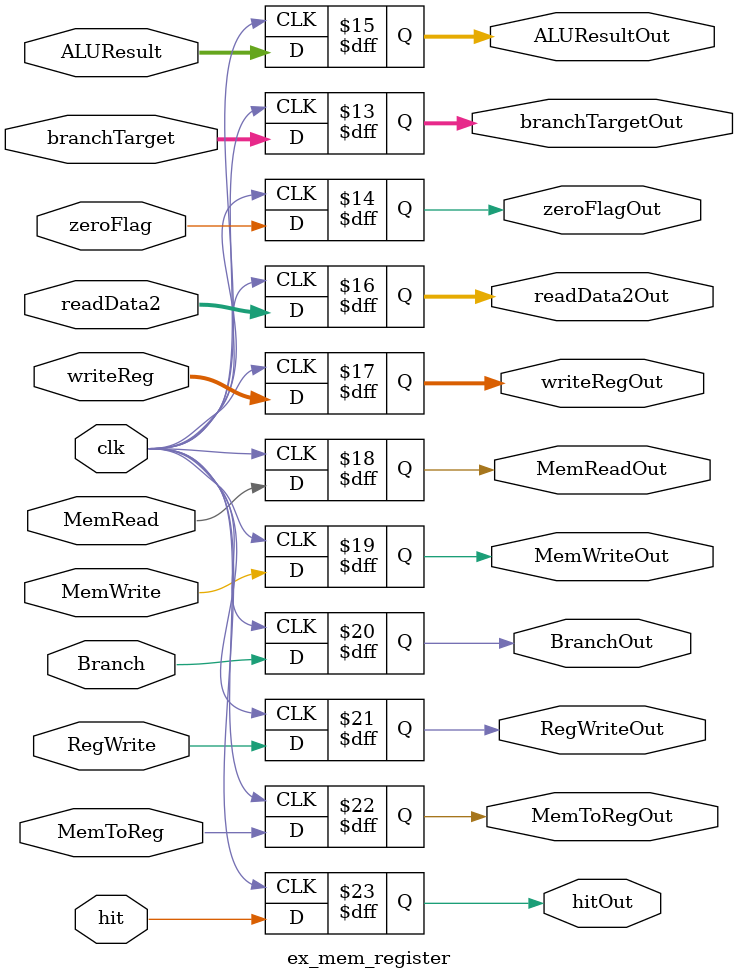
<source format=v>
`timescale 1ns / 1ps

module ex_mem_register(
	input clk,
	input hit,
	input [31:0] branchTarget,
	input zeroFlag,
	input [31:0] ALUResult,
	input [31:0] readData2,
	input [4:0] writeReg,
	input MemRead,
	input MemWrite,
	input Branch,
	input RegWrite,
	input MemToReg,
	output reg [31:0] branchTargetOut = 0,
	output reg zeroFlagOut = 0,
	output reg [31:0] ALUResultOut = 0,
	output reg [31:0] readData2Out = 0,
	output reg [4:0] writeRegOut = 0,
	output reg MemReadOut = 0,
	output reg MemWriteOut = 0,
	output reg BranchOut = 0,
	output reg RegWriteOut = 0,
	output reg MemToRegOut = 0,
	output reg hitOut = 0
	);

	always @(negedge clk)begin 
		branchTargetOut = branchTarget;
		zeroFlagOut = zeroFlag;
		ALUResultOut = ALUResult;
		readData2Out = readData2;
		writeRegOut = writeReg;
		MemReadOut = MemRead;
		MemWriteOut = MemWrite;
		BranchOut = Branch;
		RegWriteOut = RegWrite;
		MemToRegOut = MemToReg;
		hitOut = hit;
	end

endmodule

</source>
